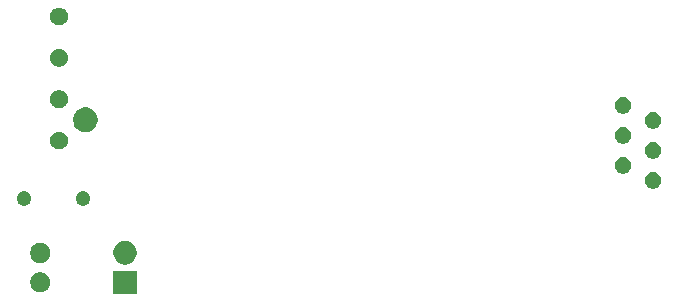
<source format=gbs>
G04 #@! TF.GenerationSoftware,KiCad,Pcbnew,5.0.2-bee76a0~70~ubuntu18.04.1*
G04 #@! TF.CreationDate,2019-04-22T12:09:22-04:00*
G04 #@! TF.ProjectId,TSAL,5453414c-2e6b-4696-9361-645f70636258,rev?*
G04 #@! TF.SameCoordinates,Original*
G04 #@! TF.FileFunction,Soldermask,Bot*
G04 #@! TF.FilePolarity,Negative*
%FSLAX46Y46*%
G04 Gerber Fmt 4.6, Leading zero omitted, Abs format (unit mm)*
G04 Created by KiCad (PCBNEW 5.0.2-bee76a0~70~ubuntu18.04.1) date Mon 22 Apr 2019 12:09:22 PM EDT*
%MOMM*%
%LPD*%
G01*
G04 APERTURE LIST*
%ADD10C,0.100000*%
G04 APERTURE END LIST*
D10*
G36*
X143749000Y-106665000D02*
X141747000Y-106665000D01*
X141747000Y-104663000D01*
X143749000Y-104663000D01*
X143749000Y-106665000D01*
X143749000Y-106665000D01*
G37*
G36*
X135816228Y-104845703D02*
X135971100Y-104909853D01*
X136110481Y-105002985D01*
X136229015Y-105121519D01*
X136322147Y-105260900D01*
X136386297Y-105415772D01*
X136419000Y-105580184D01*
X136419000Y-105747816D01*
X136386297Y-105912228D01*
X136322147Y-106067100D01*
X136229015Y-106206481D01*
X136110481Y-106325015D01*
X135971100Y-106418147D01*
X135816228Y-106482297D01*
X135651816Y-106515000D01*
X135484184Y-106515000D01*
X135319772Y-106482297D01*
X135164900Y-106418147D01*
X135025519Y-106325015D01*
X134906985Y-106206481D01*
X134813853Y-106067100D01*
X134749703Y-105912228D01*
X134717000Y-105747816D01*
X134717000Y-105580184D01*
X134749703Y-105415772D01*
X134813853Y-105260900D01*
X134906985Y-105121519D01*
X135025519Y-105002985D01*
X135164900Y-104909853D01*
X135319772Y-104845703D01*
X135484184Y-104813000D01*
X135651816Y-104813000D01*
X135816228Y-104845703D01*
X135816228Y-104845703D01*
G37*
G36*
X143039981Y-102201468D02*
X143222150Y-102276925D01*
X143386103Y-102386475D01*
X143525525Y-102525897D01*
X143635075Y-102689850D01*
X143710532Y-102872019D01*
X143749000Y-103065410D01*
X143749000Y-103262590D01*
X143710532Y-103455981D01*
X143635075Y-103638150D01*
X143525525Y-103802103D01*
X143386103Y-103941525D01*
X143222150Y-104051075D01*
X143039981Y-104126532D01*
X142846590Y-104165000D01*
X142649410Y-104165000D01*
X142456019Y-104126532D01*
X142273850Y-104051075D01*
X142109897Y-103941525D01*
X141970475Y-103802103D01*
X141860925Y-103638150D01*
X141785468Y-103455981D01*
X141747000Y-103262590D01*
X141747000Y-103065410D01*
X141785468Y-102872019D01*
X141860925Y-102689850D01*
X141970475Y-102525897D01*
X142109897Y-102386475D01*
X142273850Y-102276925D01*
X142456019Y-102201468D01*
X142649410Y-102163000D01*
X142846590Y-102163000D01*
X143039981Y-102201468D01*
X143039981Y-102201468D01*
G37*
G36*
X135816228Y-102345703D02*
X135971100Y-102409853D01*
X136110481Y-102502985D01*
X136229015Y-102621519D01*
X136322147Y-102760900D01*
X136386297Y-102915772D01*
X136419000Y-103080184D01*
X136419000Y-103247816D01*
X136386297Y-103412228D01*
X136322147Y-103567100D01*
X136229015Y-103706481D01*
X136110481Y-103825015D01*
X135971100Y-103918147D01*
X135816228Y-103982297D01*
X135651816Y-104015000D01*
X135484184Y-104015000D01*
X135319772Y-103982297D01*
X135164900Y-103918147D01*
X135025519Y-103825015D01*
X134906985Y-103706481D01*
X134813853Y-103567100D01*
X134749703Y-103412228D01*
X134717000Y-103247816D01*
X134717000Y-103080184D01*
X134749703Y-102915772D01*
X134813853Y-102760900D01*
X134906985Y-102621519D01*
X135025519Y-102502985D01*
X135164900Y-102409853D01*
X135319772Y-102345703D01*
X135484184Y-102313000D01*
X135651816Y-102313000D01*
X135816228Y-102345703D01*
X135816228Y-102345703D01*
G37*
G36*
X139281513Y-97948059D02*
X139369872Y-97965634D01*
X139480849Y-98011602D01*
X139580725Y-98078337D01*
X139665663Y-98163275D01*
X139732398Y-98263151D01*
X139778366Y-98374128D01*
X139801800Y-98491940D01*
X139801800Y-98612060D01*
X139778366Y-98729872D01*
X139732398Y-98840849D01*
X139665663Y-98940725D01*
X139580725Y-99025663D01*
X139480849Y-99092398D01*
X139369872Y-99138366D01*
X139281513Y-99155941D01*
X139252061Y-99161800D01*
X139131939Y-99161800D01*
X139102487Y-99155941D01*
X139014128Y-99138366D01*
X138903151Y-99092398D01*
X138803275Y-99025663D01*
X138718337Y-98940725D01*
X138651602Y-98840849D01*
X138605634Y-98729872D01*
X138582200Y-98612060D01*
X138582200Y-98491940D01*
X138605634Y-98374128D01*
X138651602Y-98263151D01*
X138718337Y-98163275D01*
X138803275Y-98078337D01*
X138903151Y-98011602D01*
X139014128Y-97965634D01*
X139102487Y-97948059D01*
X139131939Y-97942200D01*
X139252061Y-97942200D01*
X139281513Y-97948059D01*
X139281513Y-97948059D01*
G37*
G36*
X134281513Y-97948059D02*
X134369872Y-97965634D01*
X134480849Y-98011602D01*
X134580725Y-98078337D01*
X134665663Y-98163275D01*
X134732398Y-98263151D01*
X134778366Y-98374128D01*
X134801800Y-98491940D01*
X134801800Y-98612060D01*
X134778366Y-98729872D01*
X134732398Y-98840849D01*
X134665663Y-98940725D01*
X134580725Y-99025663D01*
X134480849Y-99092398D01*
X134369872Y-99138366D01*
X134281513Y-99155941D01*
X134252061Y-99161800D01*
X134131939Y-99161800D01*
X134102487Y-99155941D01*
X134014128Y-99138366D01*
X133903151Y-99092398D01*
X133803275Y-99025663D01*
X133718337Y-98940725D01*
X133651602Y-98840849D01*
X133605634Y-98729872D01*
X133582200Y-98612060D01*
X133582200Y-98491940D01*
X133605634Y-98374128D01*
X133651602Y-98263151D01*
X133718337Y-98163275D01*
X133803275Y-98078337D01*
X133903151Y-98011602D01*
X134014128Y-97965634D01*
X134102487Y-97948059D01*
X134131939Y-97942200D01*
X134252061Y-97942200D01*
X134281513Y-97948059D01*
X134281513Y-97948059D01*
G37*
G36*
X187656472Y-96353938D02*
X187784049Y-96406782D01*
X187898865Y-96483500D01*
X187996500Y-96581135D01*
X188073218Y-96695951D01*
X188126062Y-96823528D01*
X188153000Y-96958956D01*
X188153000Y-97097044D01*
X188126062Y-97232472D01*
X188073218Y-97360049D01*
X187996500Y-97474865D01*
X187898865Y-97572500D01*
X187784049Y-97649218D01*
X187656472Y-97702062D01*
X187521044Y-97729000D01*
X187382956Y-97729000D01*
X187247528Y-97702062D01*
X187119951Y-97649218D01*
X187005135Y-97572500D01*
X186907500Y-97474865D01*
X186830782Y-97360049D01*
X186777938Y-97232472D01*
X186751000Y-97097044D01*
X186751000Y-96958956D01*
X186777938Y-96823528D01*
X186830782Y-96695951D01*
X186907500Y-96581135D01*
X187005135Y-96483500D01*
X187119951Y-96406782D01*
X187247528Y-96353938D01*
X187382956Y-96327000D01*
X187521044Y-96327000D01*
X187656472Y-96353938D01*
X187656472Y-96353938D01*
G37*
G36*
X185116472Y-95083938D02*
X185244049Y-95136782D01*
X185358865Y-95213500D01*
X185456500Y-95311135D01*
X185533218Y-95425951D01*
X185586062Y-95553528D01*
X185613000Y-95688956D01*
X185613000Y-95827044D01*
X185586062Y-95962472D01*
X185533218Y-96090049D01*
X185456500Y-96204865D01*
X185358865Y-96302500D01*
X185244049Y-96379218D01*
X185116472Y-96432062D01*
X184981044Y-96459000D01*
X184842956Y-96459000D01*
X184707528Y-96432062D01*
X184579951Y-96379218D01*
X184465135Y-96302500D01*
X184367500Y-96204865D01*
X184290782Y-96090049D01*
X184237938Y-95962472D01*
X184211000Y-95827044D01*
X184211000Y-95688956D01*
X184237938Y-95553528D01*
X184290782Y-95425951D01*
X184367500Y-95311135D01*
X184465135Y-95213500D01*
X184579951Y-95136782D01*
X184707528Y-95083938D01*
X184842956Y-95057000D01*
X184981044Y-95057000D01*
X185116472Y-95083938D01*
X185116472Y-95083938D01*
G37*
G36*
X187656472Y-93813938D02*
X187784049Y-93866782D01*
X187898865Y-93943500D01*
X187996500Y-94041135D01*
X188073218Y-94155951D01*
X188126062Y-94283528D01*
X188153000Y-94418956D01*
X188153000Y-94557044D01*
X188126062Y-94692472D01*
X188073218Y-94820049D01*
X187996500Y-94934865D01*
X187898865Y-95032500D01*
X187784049Y-95109218D01*
X187656472Y-95162062D01*
X187521044Y-95189000D01*
X187382956Y-95189000D01*
X187247528Y-95162062D01*
X187119951Y-95109218D01*
X187005135Y-95032500D01*
X186907500Y-94934865D01*
X186830782Y-94820049D01*
X186777938Y-94692472D01*
X186751000Y-94557044D01*
X186751000Y-94418956D01*
X186777938Y-94283528D01*
X186830782Y-94155951D01*
X186907500Y-94041135D01*
X187005135Y-93943500D01*
X187119951Y-93866782D01*
X187247528Y-93813938D01*
X187382956Y-93787000D01*
X187521044Y-93787000D01*
X187656472Y-93813938D01*
X187656472Y-93813938D01*
G37*
G36*
X137378621Y-92921302D02*
X137515022Y-92977801D01*
X137637779Y-93059825D01*
X137742175Y-93164221D01*
X137824199Y-93286978D01*
X137880698Y-93423379D01*
X137909500Y-93568181D01*
X137909500Y-93715819D01*
X137880698Y-93860621D01*
X137824199Y-93997022D01*
X137742175Y-94119779D01*
X137637779Y-94224175D01*
X137515022Y-94306199D01*
X137378621Y-94362698D01*
X137233819Y-94391500D01*
X137086181Y-94391500D01*
X136941379Y-94362698D01*
X136804978Y-94306199D01*
X136682221Y-94224175D01*
X136577825Y-94119779D01*
X136495801Y-93997022D01*
X136439302Y-93860621D01*
X136410500Y-93715819D01*
X136410500Y-93568181D01*
X136439302Y-93423379D01*
X136495801Y-93286978D01*
X136577825Y-93164221D01*
X136682221Y-93059825D01*
X136804978Y-92977801D01*
X136941379Y-92921302D01*
X137086181Y-92892500D01*
X137233819Y-92892500D01*
X137378621Y-92921302D01*
X137378621Y-92921302D01*
G37*
G36*
X185116472Y-92543938D02*
X185244049Y-92596782D01*
X185358865Y-92673500D01*
X185456500Y-92771135D01*
X185533218Y-92885951D01*
X185586062Y-93013528D01*
X185613000Y-93148956D01*
X185613000Y-93287044D01*
X185586062Y-93422472D01*
X185533218Y-93550049D01*
X185456500Y-93664865D01*
X185358865Y-93762500D01*
X185244049Y-93839218D01*
X185116472Y-93892062D01*
X184981044Y-93919000D01*
X184842956Y-93919000D01*
X184707528Y-93892062D01*
X184579951Y-93839218D01*
X184465135Y-93762500D01*
X184367500Y-93664865D01*
X184290782Y-93550049D01*
X184237938Y-93422472D01*
X184211000Y-93287044D01*
X184211000Y-93148956D01*
X184237938Y-93013528D01*
X184290782Y-92885951D01*
X184367500Y-92771135D01*
X184465135Y-92673500D01*
X184579951Y-92596782D01*
X184707528Y-92543938D01*
X184842956Y-92517000D01*
X184981044Y-92517000D01*
X185116472Y-92543938D01*
X185116472Y-92543938D01*
G37*
G36*
X139693793Y-90890524D02*
X139883334Y-90969034D01*
X140053920Y-91083016D01*
X140198984Y-91228080D01*
X140312966Y-91398666D01*
X140391476Y-91588207D01*
X140431500Y-91789420D01*
X140431500Y-91994580D01*
X140391476Y-92195793D01*
X140312966Y-92385334D01*
X140198984Y-92555920D01*
X140053920Y-92700984D01*
X139883334Y-92814966D01*
X139693793Y-92893476D01*
X139492580Y-92933500D01*
X139287420Y-92933500D01*
X139086207Y-92893476D01*
X138896666Y-92814966D01*
X138726080Y-92700984D01*
X138581016Y-92555920D01*
X138467034Y-92385334D01*
X138388524Y-92195793D01*
X138348500Y-91994580D01*
X138348500Y-91789420D01*
X138388524Y-91588207D01*
X138467034Y-91398666D01*
X138581016Y-91228080D01*
X138726080Y-91083016D01*
X138896666Y-90969034D01*
X139086207Y-90890524D01*
X139287420Y-90850500D01*
X139492580Y-90850500D01*
X139693793Y-90890524D01*
X139693793Y-90890524D01*
G37*
G36*
X187656472Y-91273938D02*
X187784049Y-91326782D01*
X187898865Y-91403500D01*
X187996500Y-91501135D01*
X188073218Y-91615951D01*
X188126062Y-91743528D01*
X188153000Y-91878956D01*
X188153000Y-92017044D01*
X188126062Y-92152472D01*
X188073218Y-92280049D01*
X187996500Y-92394865D01*
X187898865Y-92492500D01*
X187784049Y-92569218D01*
X187656472Y-92622062D01*
X187521044Y-92649000D01*
X187382956Y-92649000D01*
X187247528Y-92622062D01*
X187119951Y-92569218D01*
X187005135Y-92492500D01*
X186907500Y-92394865D01*
X186830782Y-92280049D01*
X186777938Y-92152472D01*
X186751000Y-92017044D01*
X186751000Y-91878956D01*
X186777938Y-91743528D01*
X186830782Y-91615951D01*
X186907500Y-91501135D01*
X187005135Y-91403500D01*
X187119951Y-91326782D01*
X187247528Y-91273938D01*
X187382956Y-91247000D01*
X187521044Y-91247000D01*
X187656472Y-91273938D01*
X187656472Y-91273938D01*
G37*
G36*
X185116472Y-90003938D02*
X185244049Y-90056782D01*
X185358865Y-90133500D01*
X185456500Y-90231135D01*
X185533218Y-90345951D01*
X185586062Y-90473528D01*
X185613000Y-90608956D01*
X185613000Y-90747044D01*
X185586062Y-90882472D01*
X185533218Y-91010049D01*
X185456500Y-91124865D01*
X185358865Y-91222500D01*
X185244049Y-91299218D01*
X185116472Y-91352062D01*
X184981044Y-91379000D01*
X184842956Y-91379000D01*
X184707528Y-91352062D01*
X184579951Y-91299218D01*
X184465135Y-91222500D01*
X184367500Y-91124865D01*
X184290782Y-91010049D01*
X184237938Y-90882472D01*
X184211000Y-90747044D01*
X184211000Y-90608956D01*
X184237938Y-90473528D01*
X184290782Y-90345951D01*
X184367500Y-90231135D01*
X184465135Y-90133500D01*
X184579951Y-90056782D01*
X184707528Y-90003938D01*
X184842956Y-89977000D01*
X184981044Y-89977000D01*
X185116472Y-90003938D01*
X185116472Y-90003938D01*
G37*
G36*
X137378621Y-89421302D02*
X137515022Y-89477801D01*
X137637779Y-89559825D01*
X137742175Y-89664221D01*
X137824199Y-89786978D01*
X137880698Y-89923379D01*
X137909500Y-90068181D01*
X137909500Y-90215819D01*
X137880698Y-90360621D01*
X137824199Y-90497022D01*
X137742175Y-90619779D01*
X137637779Y-90724175D01*
X137515022Y-90806199D01*
X137378621Y-90862698D01*
X137233819Y-90891500D01*
X137086181Y-90891500D01*
X136941379Y-90862698D01*
X136804978Y-90806199D01*
X136682221Y-90724175D01*
X136577825Y-90619779D01*
X136495801Y-90497022D01*
X136439302Y-90360621D01*
X136410500Y-90215819D01*
X136410500Y-90068181D01*
X136439302Y-89923379D01*
X136495801Y-89786978D01*
X136577825Y-89664221D01*
X136682221Y-89559825D01*
X136804978Y-89477801D01*
X136941379Y-89421302D01*
X137086181Y-89392500D01*
X137233819Y-89392500D01*
X137378621Y-89421302D01*
X137378621Y-89421302D01*
G37*
G36*
X137378621Y-85921302D02*
X137515022Y-85977801D01*
X137637779Y-86059825D01*
X137742175Y-86164221D01*
X137824199Y-86286978D01*
X137880698Y-86423379D01*
X137909500Y-86568181D01*
X137909500Y-86715819D01*
X137880698Y-86860621D01*
X137824199Y-86997022D01*
X137742175Y-87119779D01*
X137637779Y-87224175D01*
X137515022Y-87306199D01*
X137378621Y-87362698D01*
X137233819Y-87391500D01*
X137086181Y-87391500D01*
X136941379Y-87362698D01*
X136804978Y-87306199D01*
X136682221Y-87224175D01*
X136577825Y-87119779D01*
X136495801Y-86997022D01*
X136439302Y-86860621D01*
X136410500Y-86715819D01*
X136410500Y-86568181D01*
X136439302Y-86423379D01*
X136495801Y-86286978D01*
X136577825Y-86164221D01*
X136682221Y-86059825D01*
X136804978Y-85977801D01*
X136941379Y-85921302D01*
X137086181Y-85892500D01*
X137233819Y-85892500D01*
X137378621Y-85921302D01*
X137378621Y-85921302D01*
G37*
G36*
X137378621Y-82421302D02*
X137515022Y-82477801D01*
X137637779Y-82559825D01*
X137742175Y-82664221D01*
X137824199Y-82786978D01*
X137880698Y-82923379D01*
X137909500Y-83068181D01*
X137909500Y-83215819D01*
X137880698Y-83360621D01*
X137824199Y-83497022D01*
X137742175Y-83619779D01*
X137637779Y-83724175D01*
X137515022Y-83806199D01*
X137378621Y-83862698D01*
X137233819Y-83891500D01*
X137086181Y-83891500D01*
X136941379Y-83862698D01*
X136804978Y-83806199D01*
X136682221Y-83724175D01*
X136577825Y-83619779D01*
X136495801Y-83497022D01*
X136439302Y-83360621D01*
X136410500Y-83215819D01*
X136410500Y-83068181D01*
X136439302Y-82923379D01*
X136495801Y-82786978D01*
X136577825Y-82664221D01*
X136682221Y-82559825D01*
X136804978Y-82477801D01*
X136941379Y-82421302D01*
X137086181Y-82392500D01*
X137233819Y-82392500D01*
X137378621Y-82421302D01*
X137378621Y-82421302D01*
G37*
M02*

</source>
